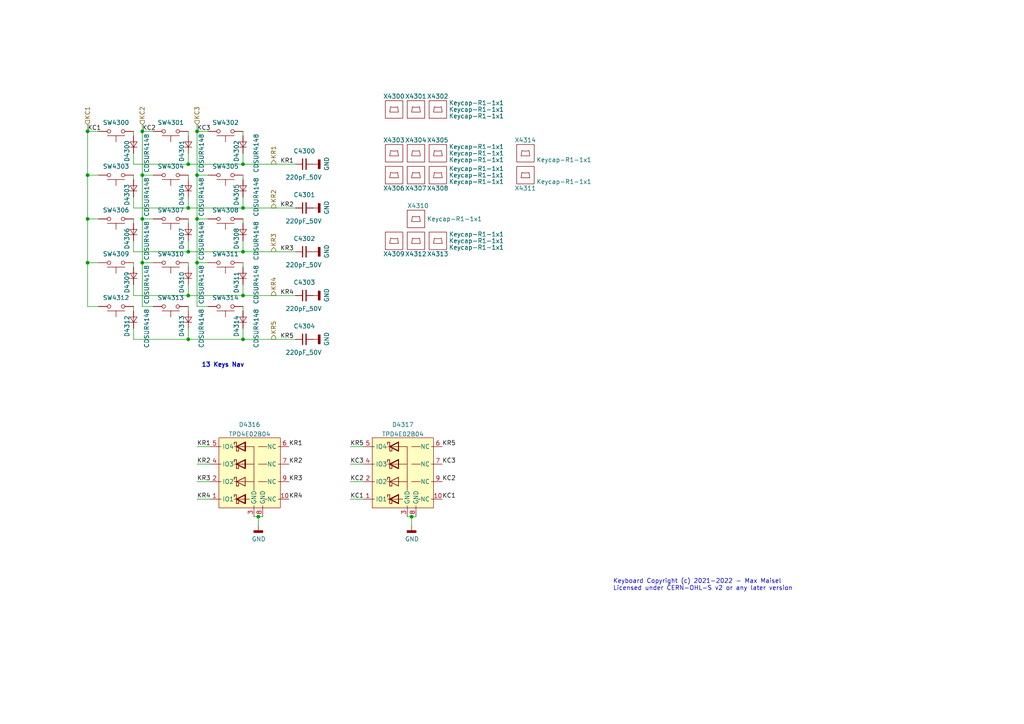
<source format=kicad_sch>
(kicad_sch (version 20230121) (generator eeschema)
  (paper "A4")
  (lib_symbols
    (symbol "Keyboard:220pF_50V" (pin_numbers hide) (pin_names (offset 0.254) hide)
      (property "Reference" "C" (at 0.254 1.778 0))
      (property "Value" "220pF_50V" (at 0.254 -2.032 0))
      (symbol "220pF_50V_0_1"
        (polyline (pts (xy -1.524 -0.508) (xy 1.524 -0.508)) (stroke (width 0.3302)))
        (polyline (pts (xy -1.524 0.508) (xy 1.524 0.508)) (stroke (width 0.3048)))
      )
      (symbol "220pF_50V_1_1"
        (pin passive line (at 0 2.54 270) (length 2.032) (name "~") (number "1"))
        (pin passive line (at 0 -2.54 90) (length 2.032) (name "~") (number "2"))
      )
    )
    (symbol "Keyboard:CDSUR4148" (pin_numbers hide) (pin_names (offset 0.254) hide)
      (property "Reference" "D" (at -1.27 2.032 0))
      (property "Value" "CDSUR4148" (at -5.334 -2.286 0))
      (symbol "CDSUR4148_0_1"
        (polyline (pts (xy -0.762 -1.016) (xy -0.762 1.016)))
        (polyline (pts (xy -0.762 0) (xy 0.762 0)))
        (polyline (pts (xy 0.762 -1.016) (xy -0.762 0) (xy 0.762 1.016) (xy 0.762 -1.016)))
      )
      (symbol "CDSUR4148_1_1"
        (pin passive line (at -2.54 0 0) (length 1.778) (name "K") (number "1"))
        (pin passive line (at 2.54 0 180) (length 1.778) (name "A") (number "2"))
      )
    )
    (symbol "Keyboard:GND" (power) (pin_names (offset 0))
      (property "Value" "GND" (at 0 -3.175 0))
      (symbol "GND_0_1"
        (rectangle (start -1.27 -1.524) (end 1.27 -2.032) (stroke (width 0.254)) (fill (type outline)))
        (polyline (pts (xy 0 0) (xy 0 -1.524)))
      )
      (symbol "GND_1_1"
        (pin power_in line (at 0 0 270) (length 0) hide (name "GND") (number "1"))
      )
    )
    (symbol "Keyboard:Keycap-R1-1x1" (pin_names (offset 1.016))
      (property "Reference" "X" (at -2.54 3.81 0))
      (property "Value" "Keycap-R1-1x1" (at 0 -3.81 0))
      (symbol "Keycap-R1-1x1_0_1"
        (rectangle (start -2.54 2.54) (end 2.54 -2.54))
        (arc (start -1.016 0.762) (mid 0 0.6289) (end 1.016 0.762))
        (polyline (pts (xy -1.016 0.762) (xy -1.27 -0.762) (xy 1.27 -0.762) (xy 1.016 0.762)))
      )
    )
    (symbol "Keyboard:SW_Cherry_MX_RGB" (pin_numbers hide) (pin_names (offset 1.016) hide)
      (property "Reference" "SW" (at 1.27 2.54 0))
      (property "Value" "SW_Cherry_MX_RGB" (at 0 -1.524 0))
      (symbol "SW_Cherry_MX_RGB_0_1"
        (circle (center -2.032 0) (radius 0.508))
        (polyline (pts (xy 0 1.27) (xy 0 3.048)))
        (polyline (pts (xy 2.54 1.27) (xy -2.54 1.27)))
        (circle (center 2.032 0) (radius 0.508))
        (pin passive line (at -5.08 0 0) (length 2.54) (name "1") (number "1"))
        (pin passive line (at 5.08 0 180) (length 2.54) (name "2") (number "2"))
      )
    )
    (symbol "Keyboard:TPD4E02B04" (pin_names (offset 1.016))
      (property "Reference" "D" (at -8.255 12.065 0))
      (property "Value" "TPD4E02B04" (at 10.795 -11.43 0))
      (symbol "TPD4E02B04_0_1"
        (rectangle (start -8.89 -10.16) (end 8.89 10.16) (fill (type background)))
        (polyline (pts (xy -8.89 -7.62) (xy -8.255 -7.62)))
        (polyline (pts (xy -8.89 -2.54) (xy -8.255 -2.54)))
        (polyline (pts (xy -8.89 2.54) (xy -8.255 2.54)))
        (polyline (pts (xy -8.89 7.62) (xy -8.255 7.62)))
        (polyline (pts (xy -4.445 -7.62) (xy 0 -7.62)))
        (polyline (pts (xy -4.445 -2.54) (xy 1.27 -2.54)))
        (polyline (pts (xy -4.445 2.54) (xy 1.27 2.54)))
        (polyline (pts (xy -4.445 7.62) (xy 1.27 7.62)))
        (polyline (pts (xy 1.27 -9.525) (xy 1.27 -10.16)))
        (polyline (pts (xy 1.27 7.62) (xy 1.27 -5.08)))
        (polyline (pts (xy 2.54 2.54) (xy 5.08 2.54)))
        (polyline (pts (xy 2.54 7.62) (xy 5.08 7.62)))
        (polyline (pts (xy 3.81 -9.525) (xy 3.81 -10.16)))
        (polyline (pts (xy 5.08 -7.62) (xy 4.445 -7.62)))
        (polyline (pts (xy 5.08 -2.54) (xy 2.54 -2.54)))
        (polyline (pts (xy 8.255 -2.54) (xy 8.89 -2.54)))
        (polyline (pts (xy 8.255 7.62) (xy 8.89 7.62)))
        (polyline (pts (xy 8.89 -7.62) (xy 8.255 -7.62)))
        (polyline (pts (xy 8.89 2.54) (xy 8.255 2.54)))
      )
      (symbol "TPD4E02B04_1_1"
        (polyline (pts (xy -1.27 -6.35) (xy -1.27 -8.89) (xy -3.81 -7.62) (xy -1.27 -6.35)) (stroke (width 0.2032)))
        (polyline (pts (xy -1.27 -6.35) (xy -1.27 -8.89) (xy -3.81 -7.62) (xy -1.27 -6.35)) (stroke (width 0.2032)))
        (polyline (pts (xy -1.27 -6.35) (xy -1.27 -8.89) (xy -3.81 -7.62) (xy -1.27 -6.35)) (stroke (width 0.2032)))
        (polyline (pts (xy -1.27 -6.35) (xy -1.27 -8.89) (xy -3.81 -7.62) (xy -1.27 -6.35)) (stroke (width 0.2032)))
        (polyline (pts (xy -1.27 -6.35) (xy -1.27 -8.89) (xy -3.81 -7.62) (xy -1.27 -6.35)) (stroke (width 0.2032)))
        (polyline (pts (xy -1.27 -6.35) (xy -1.27 -8.89) (xy -3.81 -7.62) (xy -1.27 -6.35)) (stroke (width 0.2032)))
        (polyline (pts (xy -1.27 -6.35) (xy -1.27 -8.89) (xy -3.81 -7.62) (xy -1.27 -6.35)) (stroke (width 0.2032)))
        (polyline (pts (xy -1.27 -6.35) (xy -1.27 -8.89) (xy -3.81 -7.62) (xy -1.27 -6.35)) (stroke (width 0.2032)))
        (polyline (pts (xy -1.27 -6.35) (xy -1.27 -8.89) (xy -3.81 -7.62) (xy -1.27 -6.35)) (stroke (width 0.2032)))
        (polyline (pts (xy -1.27 -6.35) (xy -1.27 -8.89) (xy -3.81 -7.62) (xy -1.27 -6.35)) (stroke (width 0.2032)))
        (polyline (pts (xy -1.27 -6.35) (xy -1.27 -8.89) (xy -3.81 -7.62) (xy -1.27 -6.35)) (stroke (width 0.2032)))
        (polyline (pts (xy -1.27 -6.35) (xy -1.27 -8.89) (xy -3.81 -7.62) (xy -1.27 -6.35)) (stroke (width 0.2032)))
        (polyline (pts (xy -1.27 -6.35) (xy -1.27 -8.89) (xy -3.81 -7.62) (xy -1.27 -6.35)) (stroke (width 0.2032)))
        (polyline (pts (xy -1.27 -6.35) (xy -1.27 -8.89) (xy -3.81 -7.62) (xy -1.27 -6.35)) (stroke (width 0.2032)))
        (polyline (pts (xy -1.27 -6.35) (xy -1.27 -8.89) (xy -3.81 -7.62) (xy -1.27 -6.35)) (stroke (width 0.2032)))
        (polyline (pts (xy -1.27 -6.35) (xy -1.27 -8.89) (xy -3.81 -7.62) (xy -1.27 -6.35)) (stroke (width 0.2032)))
        (polyline (pts (xy -1.27 -6.35) (xy -1.27 -8.89) (xy -3.81 -7.62) (xy -1.27 -6.35)) (stroke (width 0.2032)))
        (polyline (pts (xy -1.27 -6.35) (xy -1.27 -8.89) (xy -3.81 -7.62) (xy -1.27 -6.35)) (stroke (width 0.2032)))
        (polyline (pts (xy -1.27 -6.35) (xy -1.27 -8.89) (xy -3.81 -7.62) (xy -1.27 -6.35)) (stroke (width 0.2032)))
        (polyline (pts (xy -1.27 -6.35) (xy -1.27 -8.89) (xy -3.81 -7.62) (xy -1.27 -6.35)) (stroke (width 0.2032)))
        (polyline (pts (xy -1.27 -6.35) (xy -1.27 -8.89) (xy -3.81 -7.62) (xy -1.27 -6.35)) (stroke (width 0.2032)))
        (polyline (pts (xy -1.27 -6.35) (xy -1.27 -8.89) (xy -3.81 -7.62) (xy -1.27 -6.35)) (stroke (width 0.2032)))
        (polyline (pts (xy -1.27 -6.35) (xy -1.27 -8.89) (xy -3.81 -7.62) (xy -1.27 -6.35)) (stroke (width 0.2032)))
        (polyline (pts (xy -1.27 -6.35) (xy -1.27 -8.89) (xy -3.81 -7.62) (xy -1.27 -6.35)) (stroke (width 0.2032)))
        (polyline (pts (xy -1.27 -6.35) (xy -1.27 -8.89) (xy -3.81 -7.62) (xy -1.27 -6.35)) (stroke (width 0.2032)))
        (polyline (pts (xy -1.27 -6.35) (xy -1.27 -8.89) (xy -3.81 -7.62) (xy -1.27 -6.35)) (stroke (width 0.2032)))
        (polyline (pts (xy -1.27 -6.35) (xy -1.27 -8.89) (xy -3.81 -7.62) (xy -1.27 -6.35)) (stroke (width 0.2032)))
        (polyline (pts (xy -1.27 -6.35) (xy -1.27 -8.89) (xy -3.81 -7.62) (xy -1.27 -6.35)) (stroke (width 0.2032)))
        (polyline (pts (xy -1.27 -6.35) (xy -1.27 -8.89) (xy -3.81 -7.62) (xy -1.27 -6.35)) (stroke (width 0.2032)))
        (polyline (pts (xy -1.27 -6.35) (xy -1.27 -8.89) (xy -3.81 -7.62) (xy -1.27 -6.35)) (stroke (width 0.2032)))
        (polyline (pts (xy -1.27 -1.27) (xy -1.27 -3.81) (xy -3.81 -2.54) (xy -1.27 -1.27)) (stroke (width 0.2032)))
        (polyline (pts (xy -1.27 3.81) (xy -1.27 1.27) (xy -3.81 2.54) (xy -1.27 3.81)) (stroke (width 0.2032)))
        (polyline (pts (xy -1.27 3.81) (xy -1.27 1.27) (xy -3.81 2.54) (xy -1.27 3.81)) (stroke (width 0.2032)))
        (polyline (pts (xy -1.27 3.81) (xy -1.27 1.27) (xy -3.81 2.54) (xy -1.27 3.81)) (stroke (width 0.2032)))
        (polyline (pts (xy -1.27 3.81) (xy -1.27 1.27) (xy -3.81 2.54) (xy -1.27 3.81)) (stroke (width 0.2032)))
        (polyline (pts (xy -1.27 3.81) (xy -1.27 1.27) (xy -3.81 2.54) (xy -1.27 3.81)) (stroke (width 0.2032)))
        (polyline (pts (xy -1.27 3.81) (xy -1.27 1.27) (xy -3.81 2.54) (xy -1.27 3.81)) (stroke (width 0.2032)))
        (polyline (pts (xy -1.27 3.81) (xy -1.27 1.27) (xy -3.81 2.54) (xy -1.27 3.81)) (stroke (width 0.2032)))
        (polyline (pts (xy -1.27 3.81) (xy -1.27 1.27) (xy -3.81 2.54) (xy -1.27 3.81)) (stroke (width 0.2032)))
        (polyline (pts (xy -1.27 3.81) (xy -1.27 1.27) (xy -3.81 2.54) (xy -1.27 3.81)) (stroke (width 0.2032)))
        (polyline (pts (xy -1.27 3.81) (xy -1.27 1.27) (xy -3.81 2.54) (xy -1.27 3.81)) (stroke (width 0.2032)))
        (polyline (pts (xy -1.27 3.81) (xy -1.27 1.27) (xy -3.81 2.54) (xy -1.27 3.81)) (stroke (width 0.2032)))
        (polyline (pts (xy -1.27 3.81) (xy -1.27 1.27) (xy -3.81 2.54) (xy -1.27 3.81)) (stroke (width 0.2032)))
        (polyline (pts (xy -1.27 3.81) (xy -1.27 1.27) (xy -3.81 2.54) (xy -1.27 3.81)) (stroke (width 0.2032)))
        (polyline (pts (xy -1.27 3.81) (xy -1.27 1.27) (xy -3.81 2.54) (xy -1.27 3.81)) (stroke (width 0.2032)))
        (polyline (pts (xy -1.27 3.81) (xy -1.27 1.27) (xy -3.81 2.54) (xy -1.27 3.81)) (stroke (width 0.2032)))
        (polyline (pts (xy -1.27 3.81) (xy -1.27 1.27) (xy -3.81 2.54) (xy -1.27 3.81)) (stroke (width 0.2032)))
        (polyline (pts (xy -1.27 8.89) (xy -1.27 6.35) (xy -3.81 7.62) (xy -1.27 8.89)) (stroke (width 0.2032)))
        (polyline (pts (xy -1.27 8.89) (xy -1.27 6.35) (xy -3.81 7.62) (xy -1.27 8.89)) (stroke (width 0.2032)))
        (polyline (pts (xy -1.27 8.89) (xy -1.27 6.35) (xy -3.81 7.62) (xy -1.27 8.89)) (stroke (width 0.2032)))
        (polyline (pts (xy -1.27 8.89) (xy -1.27 6.35) (xy -3.81 7.62) (xy -1.27 8.89)) (stroke (width 0.2032)))
        (polyline (pts (xy -1.27 8.89) (xy -1.27 6.35) (xy -3.81 7.62) (xy -1.27 8.89)) (stroke (width 0.2032)))
        (polyline (pts (xy -1.27 8.89) (xy -1.27 6.35) (xy -3.81 7.62) (xy -1.27 8.89)) (stroke (width 0.2032)))
        (polyline (pts (xy -1.27 8.89) (xy -1.27 6.35) (xy -3.81 7.62) (xy -1.27 8.89)) (stroke (width 0.2032)))
        (polyline (pts (xy -1.27 8.89) (xy -1.27 6.35) (xy -3.81 7.62) (xy -1.27 8.89)) (stroke (width 0.2032)))
        (polyline (pts (xy -1.27 8.89) (xy -1.27 6.35) (xy -3.81 7.62) (xy -1.27 8.89)) (stroke (width 0.2032)))
        (polyline (pts (xy -1.27 8.89) (xy -1.27 6.35) (xy -3.81 7.62) (xy -1.27 8.89)) (stroke (width 0.2032)))
        (polyline (pts (xy -1.27 8.89) (xy -1.27 6.35) (xy -3.81 7.62) (xy -1.27 8.89)) (stroke (width 0.2032)))
        (polyline (pts (xy -1.27 8.89) (xy -1.27 6.35) (xy -3.81 7.62) (xy -1.27 8.89)) (stroke (width 0.2032)))
        (polyline (pts (xy -1.27 8.89) (xy -1.27 6.35) (xy -3.81 7.62) (xy -1.27 8.89)) (stroke (width 0.2032)))
        (polyline (pts (xy -1.27 8.89) (xy -1.27 6.35) (xy -3.81 7.62) (xy -1.27 8.89)) (stroke (width 0.2032)))
        (polyline (pts (xy -1.27 8.89) (xy -1.27 6.35) (xy -3.81 7.62) (xy -1.27 8.89)) (stroke (width 0.2032)))
        (polyline (pts (xy -1.27 8.89) (xy -1.27 6.35) (xy -3.81 7.62) (xy -1.27 8.89)) (stroke (width 0.2032)))
        (polyline (pts (xy -4.445 3.175) (xy -4.445 3.81) (xy -3.81 3.81) (xy -3.81 1.27) (xy -3.175 1.27) (xy -3.175 1.905)) (stroke (width 0.2032)))
        (polyline (pts (xy -4.445 8.255) (xy -4.445 8.89) (xy -3.81 8.89) (xy -3.81 6.35) (xy -3.175 6.35) (xy -3.175 6.985)) (stroke (width 0.2032)))
        (polyline (pts (xy -3.175 -8.255) (xy -3.175 -8.89) (xy -3.81 -8.89) (xy -3.81 -6.35) (xy -4.445 -6.35) (xy -4.445 -6.985)) (stroke (width 0.2032)))
        (polyline (pts (xy -3.175 -3.175) (xy -3.175 -3.81) (xy -3.81 -3.81) (xy -3.81 -1.27) (xy -4.445 -1.27) (xy -4.445 -1.905)) (stroke (width 0.2032)))
        (pin passive line (at -11.43 -7.62 0) (length 2.54) (name "IO1") (number "1"))
        (pin passive line (at 11.43 -7.62 180) (length 2.54) (name "NC") (number "10"))
        (pin passive line (at -11.43 -2.54 0) (length 2.54) (name "IO2") (number "2"))
        (pin passive line (at 1.27 -12.7 90) (length 2.54) (name "GND") (number "3"))
        (pin passive line (at -11.43 2.54 0) (length 2.54) (name "IO3") (number "4"))
        (pin passive line (at -11.43 7.62 0) (length 2.54) (name "IO4") (number "5"))
        (pin passive line (at 11.43 7.62 180) (length 2.54) (name "NC") (number "6"))
        (pin passive line (at 11.43 2.54 180) (length 2.54) (name "NC") (number "7"))
        (pin passive line (at 3.81 -12.7 90) (length 2.54) (name "GND") (number "8"))
        (pin passive line (at 11.43 -2.54 180) (length 2.54) (name "NC") (number "9"))
      )
    )
  )
  (junction (at 54.61 47.625))
  (junction (at 41.275 76.2))
  (junction (at 54.61 85.725))
  (junction (at 57.15 50.8))
  (junction (at 57.15 63.5))
  (junction (at 57.15 38.1))
  (junction (at 57.15 76.2))
  (junction (at 70.485 98.425))
  (junction (at 119.38 149.86))
  (junction (at 25.4 38.1))
  (junction (at 70.485 85.725))
  (junction (at 54.61 98.425))
  (junction (at 70.485 73.025))
  (junction (at 74.93 149.86))
  (junction (at 54.61 60.325))
  (junction (at 25.4 76.2))
  (junction (at 41.275 38.1))
  (junction (at 25.4 63.5))
  (junction (at 25.4 50.8))
  (junction (at 70.485 60.325))
  (junction (at 70.485 47.625))
  (junction (at 54.61 73.025))
  (junction (at 41.275 50.8))
  (junction (at 41.275 63.5))
  (wire (pts (xy 70.485 60.325) (xy 54.61 60.325)))
  (wire (pts (xy 38.735 77.47) (xy 38.735 76.2)))
  (wire (pts (xy 25.4 63.5) (xy 25.4 76.2)))
  (wire (pts (xy 70.485 73.025) (xy 54.61 73.025)))
  (wire (pts (xy 41.275 36.195) (xy 41.275 38.1)))
  (wire (pts (xy 54.61 57.15) (xy 54.61 60.325)))
  (wire (pts (xy 54.61 77.47) (xy 54.61 76.2)))
  (wire (pts (xy 57.15 76.2) (xy 57.15 88.9)))
  (wire (pts (xy 54.61 82.55) (xy 54.61 85.725)))
  (wire (pts (xy 70.485 47.625) (xy 85.725 47.625)))
  (wire (pts (xy 38.735 95.25) (xy 38.735 98.425)))
  (wire (pts (xy 57.15 63.5) (xy 57.15 76.2)))
  (wire (pts (xy 38.735 44.45) (xy 38.735 47.625)))
  (wire (pts (xy 41.275 76.2) (xy 41.275 88.9)))
  (wire (pts (xy 70.485 64.77) (xy 70.485 63.5)))
  (wire (pts (xy 25.4 38.1) (xy 25.4 50.8)))
  (wire (pts (xy 57.15 38.1) (xy 57.15 50.8)))
  (wire (pts (xy 70.485 98.425) (xy 85.725 98.425)))
  (wire (pts (xy 70.485 98.425) (xy 54.61 98.425)))
  (wire (pts (xy 70.485 73.025) (xy 85.725 73.025)))
  (wire (pts (xy 54.61 47.625) (xy 38.735 47.625)))
  (wire (pts (xy 70.485 44.45) (xy 70.485 47.625)))
  (wire (pts (xy 54.61 44.45) (xy 54.61 47.625)))
  (wire (pts (xy 101.6 129.54) (xy 105.41 129.54)))
  (wire (pts (xy 25.4 38.1) (xy 28.575 38.1)))
  (wire (pts (xy 41.275 50.8) (xy 41.275 63.5)))
  (wire (pts (xy 54.61 52.07) (xy 54.61 50.8)))
  (wire (pts (xy 44.45 76.2) (xy 41.275 76.2)))
  (wire (pts (xy 41.275 63.5) (xy 41.275 76.2)))
  (wire (pts (xy 74.93 149.86) (xy 76.2 149.86)))
  (wire (pts (xy 60.325 50.8) (xy 57.15 50.8)))
  (wire (pts (xy 38.735 82.55) (xy 38.735 85.725)))
  (wire (pts (xy 70.485 85.725) (xy 85.725 85.725)))
  (wire (pts (xy 57.15 144.78) (xy 60.96 144.78)))
  (wire (pts (xy 28.575 76.2) (xy 25.4 76.2)))
  (wire (pts (xy 38.735 39.37) (xy 38.735 38.1)))
  (wire (pts (xy 25.4 76.2) (xy 25.4 88.9)))
  (wire (pts (xy 101.6 134.62) (xy 105.41 134.62)))
  (wire (pts (xy 54.61 64.77) (xy 54.61 63.5)))
  (wire (pts (xy 57.15 134.62) (xy 60.96 134.62)))
  (wire (pts (xy 54.61 95.25) (xy 54.61 98.425)))
  (wire (pts (xy 25.4 38.1) (xy 25.4 36.195)))
  (wire (pts (xy 38.735 69.85) (xy 38.735 73.025)))
  (wire (pts (xy 28.575 50.8) (xy 25.4 50.8)))
  (wire (pts (xy 70.485 69.85) (xy 70.485 73.025)))
  (wire (pts (xy 25.4 50.8) (xy 25.4 63.5)))
  (wire (pts (xy 57.15 129.54) (xy 60.96 129.54)))
  (wire (pts (xy 119.38 149.86) (xy 120.65 149.86)))
  (wire (pts (xy 70.485 47.625) (xy 54.61 47.625)))
  (wire (pts (xy 54.61 73.025) (xy 38.735 73.025)))
  (wire (pts (xy 74.93 149.86) (xy 74.93 152.4)))
  (wire (pts (xy 57.15 139.7) (xy 60.96 139.7)))
  (wire (pts (xy 44.45 50.8) (xy 41.275 50.8)))
  (wire (pts (xy 54.61 85.725) (xy 38.735 85.725)))
  (wire (pts (xy 73.66 149.86) (xy 74.93 149.86)))
  (wire (pts (xy 70.485 77.47) (xy 70.485 76.2)))
  (wire (pts (xy 101.6 144.78) (xy 105.41 144.78)))
  (wire (pts (xy 70.485 60.325) (xy 85.725 60.325)))
  (wire (pts (xy 28.575 88.9) (xy 25.4 88.9)))
  (wire (pts (xy 60.325 63.5) (xy 57.15 63.5)))
  (wire (pts (xy 70.485 39.37) (xy 70.485 38.1)))
  (wire (pts (xy 54.61 98.425) (xy 38.735 98.425)))
  (wire (pts (xy 41.275 38.1) (xy 41.275 50.8)))
  (wire (pts (xy 38.735 64.77) (xy 38.735 63.5)))
  (wire (pts (xy 44.45 88.9) (xy 41.275 88.9)))
  (wire (pts (xy 54.61 60.325) (xy 38.735 60.325)))
  (wire (pts (xy 38.735 57.15) (xy 38.735 60.325)))
  (wire (pts (xy 44.45 38.1) (xy 41.275 38.1)))
  (wire (pts (xy 70.485 85.725) (xy 54.61 85.725)))
  (wire (pts (xy 38.735 90.17) (xy 38.735 88.9)))
  (wire (pts (xy 60.325 38.1) (xy 57.15 38.1)))
  (wire (pts (xy 60.325 88.9) (xy 57.15 88.9)))
  (wire (pts (xy 57.15 50.8) (xy 57.15 63.5)))
  (wire (pts (xy 119.38 149.86) (xy 119.38 152.4)))
  (wire (pts (xy 101.6 139.7) (xy 105.41 139.7)))
  (wire (pts (xy 28.575 63.5) (xy 25.4 63.5)))
  (wire (pts (xy 70.485 82.55) (xy 70.485 85.725)))
  (wire (pts (xy 57.15 36.195) (xy 57.15 38.1)))
  (wire (pts (xy 60.325 76.2) (xy 57.15 76.2)))
  (wire (pts (xy 70.485 90.17) (xy 70.485 88.9)))
  (wire (pts (xy 54.61 90.17) (xy 54.61 88.9)))
  (wire (pts (xy 54.61 39.37) (xy 54.61 38.1)))
  (wire (pts (xy 44.45 63.5) (xy 41.275 63.5)))
  (wire (pts (xy 38.735 52.07) (xy 38.735 50.8)))
  (wire (pts (xy 70.485 95.25) (xy 70.485 98.425)))
  (wire (pts (xy 54.61 69.85) (xy 54.61 73.025)))
  (wire (pts (xy 70.485 57.15) (xy 70.485 60.325)))
  (wire (pts (xy 70.485 52.07) (xy 70.485 50.8)))
  (wire (pts (xy 118.11 149.86) (xy 119.38 149.86)))
  (text "Keyboard Copyright (c) 2021-2022 - Max Maisel\nLicensed under CERN-OHL-S v2 or any later version" (at 177.8 171.45 0) (effects (font (size 1.27 1.27)) (justify left bottom)))
  (text "13 Keys Nav" (at 58.42 106.68 0) (effects (font (size 1.27 1.27) (thickness 0.254) bold) (justify left bottom)))
  (label "KC3" (at 128.27 134.62 0))
  (label "KR4" (at 83.82 144.78 0))
  (label "KR5" (at 81.28 98.425 0))
  (label "KC2" (at 41.275 38.1 0))
  (label "KC1" (at 128.27 144.78 0))
  (label "KR3" (at 83.82 139.7 0))
  (label "KR4" (at 81.28 85.725 0))
  (label "KR5" (at 101.6 129.54 0))
  (label "KR4" (at 57.15 144.78 0))
  (label "KC3" (at 101.6 134.62 0))
  (label "KR3" (at 57.15 139.7 0))
  (label "KC2" (at 128.27 139.7 0))
  (label "KR2" (at 57.15 134.62 0))
  (label "KC2" (at 101.6 139.7 0))
  (label "KR2" (at 81.28 60.325 0))
  (label "KC3" (at 57.15 38.1 0))
  (label "KR1" (at 57.15 129.54 0))
  (label "KR1" (at 81.28 47.625 0))
  (label "KC1" (at 101.6 144.78 0))
  (label "KR2" (at 83.82 134.62 0))
  (label "KR5" (at 128.27 129.54 0))
  (label "KR1" (at 83.82 129.54 0))
  (label "KC1" (at 25.4 38.1 0))
  (label "KR3" (at 81.28 73.025 0))
  (hierarchical_label "KR4" (shape output) (at 79.375 85.725 90))
  (hierarchical_label "KC1" (shape input) (at 25.4 36.195 90))
  (hierarchical_label "KC2" (shape input) (at 41.275 36.195 90))
  (hierarchical_label "KR5" (shape output) (at 79.375 98.425 90))
  (hierarchical_label "KR2" (shape output) (at 79.375 60.325 90))
  (hierarchical_label "KR1" (shape output) (at 79.375 47.625 90))
  (hierarchical_label "KR3" (shape output) (at 79.375 73.025 90))
  (hierarchical_label "KC3" (shape input) (at 57.15 36.195 90))
  (symbol (lib_id "Keyboard:SW_Cherry_MX_RGB") (at 49.53 38.1 0) (mirror x) (unit 1)
    (property "Reference" "SW4301" (at 49.53 35.56 0))
    (property "Value" "SW_Cherry_MX_RGB" (effects hide))
    (property "Footprint" "Keyboard:SW_Cherry_MX1A_RGB" (effects hide))
    (property "Datasheet" "https://www.cherrymx.de/dev.html" (effects hide))
    (property "reichelt#" "CHERRY MX1A-G1NA" (effects hide))
  )
  (symbol (lib_id "Keyboard:SW_Cherry_MX_RGB") (at 65.405 63.5 0) (mirror x) (unit 1)
    (property "Reference" "SW4308" (at 65.405 60.96 0))
    (property "Value" "SW_Cherry_MX_RGB" (effects hide))
    (property "Footprint" "Keyboard:SW_Cherry_MX1A_RGB" (effects hide))
    (property "Datasheet" "https://www.cherrymx.de/dev.html" (effects hide))
    (property "reichelt#" "CHERRY MX1A-G1NA" (effects hide))
  )
  (symbol (lib_id "Keyboard:SW_Cherry_MX_RGB") (at 65.405 76.2 0) (mirror x) (unit 1)
    (property "Reference" "SW4311" (at 65.405 73.66 0))
    (property "Value" "SW_Cherry_MX_RGB" (effects hide))
    (property "Footprint" "Keyboard:SW_Cherry_MX1A_RGB" (effects hide))
    (property "Datasheet" "https://www.cherrymx.de/dev.html" (effects hide))
    (property "reichelt#" "CHERRY MX1A-G1NA" (effects hide))
  )
  (symbol (lib_id "Keyboard:GND") (at 90.805 47.625 90) (unit 1)
    (property "Reference" "#PWR04300" (effects hide))
    (property "Value" "GND" (at 94.742 47.5234 0))
  )
  (symbol (lib_id "Keyboard:SW_Cherry_MX_RGB") (at 33.655 88.9 0) (mirror x) (unit 1)
    (property "Reference" "SW4312" (at 33.655 86.36 0))
    (property "Value" "SW_Cherry_MX_RGB" (effects hide))
    (property "Footprint" "Keyboard:SW_Cherry_MX1A_RGB" (effects hide))
    (property "Datasheet" "https://www.cherrymx.de/dev.html" (effects hide))
    (property "reichelt#" "CHERRY MX1A-G1NA" (effects hide))
  )
  (symbol (lib_id "Keyboard:SW_Cherry_MX_RGB") (at 49.53 88.9 0) (mirror x) (unit 1)
    (property "Reference" "SW4313" (at 49.53 86.36 0))
    (property "Value" "SW_Cherry_MX_RGB" (effects hide))
    (property "Footprint" "Keyboard:SW_Cherry_MX1A_RGB" (effects hide))
    (property "Datasheet" "https://www.cherrymx.de/dev.html" (effects hide))
    (property "reichelt#" "CHERRY MX1A-G1NA" (effects hide))
  )
  (symbol (lib_id "Keyboard:SW_Cherry_MX_RGB") (at 65.405 88.9 0) (mirror x) (unit 1)
    (property "Reference" "SW4314" (at 65.405 86.36 0))
    (property "Value" "SW_Cherry_MX_RGB" (effects hide))
    (property "Footprint" "Keyboard:SW_Cherry_MX1A_RGB" (effects hide))
    (property "Datasheet" "https://www.cherrymx.de/dev.html" (effects hide))
    (property "reichelt#" "CHERRY MX1A-G1NA" (effects hide))
  )
  (symbol (lib_id "Keyboard:GND") (at 90.805 98.425 90) (unit 1)
    (property "Reference" "#PWR04304" (effects hide))
    (property "Value" "GND" (at 94.742 98.3234 0))
  )
  (symbol (lib_id "Keyboard:CDSUR4148") (at 70.485 92.71 90) (unit 1)
    (property "Reference" "D4314" (at 68.58 94.615 0))
    (property "Value" "CDSUR4148" (at 74.295 95.25 0))
    (property "Footprint" "Keyboard:SOD-523" (effects hide))
    (property "Datasheet" "750-CDSUR4148" (effects hide))
    (property "mouser#" "750-CDSUR4148" (effects hide))
  )
  (symbol (lib_id "Keyboard:CDSUR4148") (at 54.61 41.91 90) (unit 1)
    (property "Reference" "D4301" (at 52.705 43.815 0))
    (property "Value" "CDSUR4148" (at 58.42 44.45 0))
    (property "Footprint" "Keyboard:SOD-523" (effects hide))
    (property "Datasheet" "750-CDSUR4148" (effects hide))
    (property "mouser#" "750-CDSUR4148" (effects hide))
  )
  (symbol (lib_id "Keyboard:CDSUR4148") (at 70.485 41.91 90) (unit 1)
    (property "Reference" "D4302" (at 68.58 43.815 0))
    (property "Value" "CDSUR4148" (at 74.295 44.45 0))
    (property "Footprint" "Keyboard:SOD-523" (effects hide))
    (property "Datasheet" "750-CDSUR4148" (effects hide))
    (property "mouser#" "750-CDSUR4148" (effects hide))
  )
  (symbol (lib_id "Keyboard:CDSUR4148") (at 38.735 41.91 90) (unit 1)
    (property "Reference" "D4300" (at 36.83 43.815 0))
    (property "Value" "CDSUR4148" (at 42.545 44.45 0))
    (property "Footprint" "Keyboard:SOD-523" (effects hide))
    (property "Datasheet" "750-CDSUR4148" (effects hide))
    (property "mouser#" "750-CDSUR4148" (effects hide))
  )
  (symbol (lib_id "Keyboard:CDSUR4148") (at 38.735 54.61 90) (unit 1)
    (property "Reference" "D4303" (at 36.83 56.515 0))
    (property "Value" "CDSUR4148" (at 42.545 57.15 0))
    (property "Footprint" "Keyboard:SOD-523" (effects hide))
    (property "Datasheet" "750-CDSUR4148" (effects hide))
    (property "mouser#" "750-CDSUR4148" (effects hide))
  )
  (symbol (lib_id "Keyboard:CDSUR4148") (at 54.61 54.61 90) (unit 1)
    (property "Reference" "D4304" (at 52.705 56.515 0))
    (property "Value" "CDSUR4148" (at 58.42 57.15 0))
    (property "Footprint" "Keyboard:SOD-523" (effects hide))
    (property "Datasheet" "750-CDSUR4148" (effects hide))
    (property "mouser#" "750-CDSUR4148" (effects hide))
  )
  (symbol (lib_id "Keyboard:CDSUR4148") (at 70.485 54.61 90) (unit 1)
    (property "Reference" "D4305" (at 68.58 56.515 0))
    (property "Value" "CDSUR4148" (at 74.295 57.15 0))
    (property "Footprint" "Keyboard:SOD-523" (effects hide))
    (property "Datasheet" "750-CDSUR4148" (effects hide))
    (property "mouser#" "750-CDSUR4148" (effects hide))
  )
  (symbol (lib_id "Keyboard:CDSUR4148") (at 38.735 67.31 90) (unit 1)
    (property "Reference" "D4306" (at 36.83 69.215 0))
    (property "Value" "CDSUR4148" (at 42.545 69.85 0))
    (property "Footprint" "Keyboard:SOD-523" (effects hide))
    (property "Datasheet" "750-CDSUR4148" (effects hide))
    (property "mouser#" "750-CDSUR4148" (effects hide))
  )
  (symbol (lib_id "Keyboard:CDSUR4148") (at 54.61 67.31 90) (unit 1)
    (property "Reference" "D4307" (at 52.705 69.215 0))
    (property "Value" "CDSUR4148" (at 58.42 69.85 0))
    (property "Footprint" "Keyboard:SOD-523" (effects hide))
    (property "Datasheet" "750-CDSUR4148" (effects hide))
    (property "mouser#" "750-CDSUR4148" (effects hide))
  )
  (symbol (lib_id "Keyboard:CDSUR4148") (at 70.485 67.31 90) (unit 1)
    (property "Reference" "D4308" (at 68.58 69.215 0))
    (property "Value" "CDSUR4148" (at 74.295 69.85 0))
    (property "Footprint" "Keyboard:SOD-523" (effects hide))
    (property "Datasheet" "750-CDSUR4148" (effects hide))
    (property "mouser#" "750-CDSUR4148" (effects hide))
  )
  (symbol (lib_id "Keyboard:CDSUR4148") (at 38.735 80.01 90) (unit 1)
    (property "Reference" "D4309" (at 36.83 81.915 0))
    (property "Value" "CDSUR4148" (at 42.545 82.55 0))
    (property "Footprint" "Keyboard:SOD-523" (effects hide))
    (property "Datasheet" "750-CDSUR4148" (effects hide))
    (property "mouser#" "750-CDSUR4148" (effects hide))
  )
  (symbol (lib_id "Keyboard:CDSUR4148") (at 54.61 80.01 90) (unit 1)
    (property "Reference" "D4310" (at 52.705 81.915 0))
    (property "Value" "CDSUR4148" (at 58.42 82.55 0))
    (property "Footprint" "Keyboard:SOD-523" (effects hide))
    (property "Datasheet" "750-CDSUR4148" (effects hide))
    (property "mouser#" "750-CDSUR4148" (effects hide))
  )
  (symbol (lib_id "Keyboard:CDSUR4148") (at 70.485 80.01 90) (unit 1)
    (property "Reference" "D4311" (at 68.58 81.915 0))
    (property "Value" "CDSUR4148" (at 74.295 82.55 0))
    (property "Footprint" "Keyboard:SOD-523" (effects hide))
    (property "Datasheet" "750-CDSUR4148" (effects hide))
    (property "mouser#" "750-CDSUR4148" (effects hide))
  )
  (symbol (lib_id "Keyboard:CDSUR4148") (at 38.735 92.71 90) (unit 1)
    (property "Reference" "D4312" (at 36.83 94.615 0))
    (property "Value" "CDSUR4148" (at 42.545 95.25 0))
    (property "Footprint" "Keyboard:SOD-523" (effects hide))
    (property "Datasheet" "750-CDSUR4148" (effects hide))
    (property "mouser#" "750-CDSUR4148" (effects hide))
  )
  (symbol (lib_id "Keyboard:CDSUR4148") (at 54.61 92.71 90) (unit 1)
    (property "Reference" "D4313" (at 52.705 94.615 0))
    (property "Value" "CDSUR4148" (at 58.42 95.25 0))
    (property "Footprint" "Keyboard:SOD-523" (effects hide))
    (property "Datasheet" "750-CDSUR4148" (effects hide))
    (property "mouser#" "750-CDSUR4148" (effects hide))
  )
  (symbol (lib_id "Keyboard:SW_Cherry_MX_RGB") (at 49.53 76.2 0) (mirror x) (unit 1)
    (property "Reference" "SW4310" (at 49.53 73.66 0))
    (property "Value" "SW_Cherry_MX_RGB" (effects hide))
    (property "Footprint" "Keyboard:SW_Cherry_MX1A_RGB" (effects hide))
    (property "Datasheet" "https://www.cherrymx.de/dev.html" (effects hide))
    (property "reichelt#" "CHERRY MX1A-G1NA" (effects hide))
  )
  (symbol (lib_id "Keyboard:SW_Cherry_MX_RGB") (at 65.405 38.1 0) (mirror x) (unit 1)
    (property "Reference" "SW4302" (at 65.405 35.56 0))
    (property "Value" "SW_Cherry_MX_RGB" (effects hide))
    (property "Footprint" "Keyboard:SW_Cherry_MX1A_RGB" (effects hide))
    (property "Datasheet" "https://www.cherrymx.de/dev.html" (effects hide))
    (property "reichelt#" "CHERRY MX1A-G1NA" (effects hide))
  )
  (symbol (lib_id "Keyboard:SW_Cherry_MX_RGB") (at 65.405 50.8 0) (mirror x) (unit 1)
    (property "Reference" "SW4305" (at 65.405 48.26 0))
    (property "Value" "SW_Cherry_MX_RGB" (effects hide))
    (property "Footprint" "Keyboard:SW_Cherry_MX1A_RGB" (effects hide))
    (property "Datasheet" "https://www.cherrymx.de/dev.html" (effects hide))
    (property "reichelt#" "CHERRY MX1A-G1NA" (effects hide))
  )
  (symbol (lib_id "Keyboard:SW_Cherry_MX_RGB") (at 49.53 63.5 0) (mirror x) (unit 1)
    (property "Reference" "SW4307" (at 49.53 60.96 0))
    (property "Value" "SW_Cherry_MX_RGB" (effects hide))
    (property "Footprint" "Keyboard:SW_Cherry_MX1A_RGB" (effects hide))
    (property "Datasheet" "https://www.cherrymx.de/dev.html" (effects hide))
    (property "reichelt#" "CHERRY MX1A-G1NA" (effects hide))
  )
  (symbol (lib_id "Keyboard:SW_Cherry_MX_RGB") (at 33.655 38.1 0) (mirror x) (unit 1)
    (property "Reference" "SW4300" (at 33.655 35.56 0))
    (property "Value" "SW_Cherry_MX_RGB" (effects hide))
    (property "Footprint" "Keyboard:SW_Cherry_MX1A_RGB" (effects hide))
    (property "Datasheet" "https://www.cherrymx.de/dev.html" (effects hide))
    (property "reichelt#" "CHERRY MX1A-G1NA" (effects hide))
  )
  (symbol (lib_id "Keyboard:SW_Cherry_MX_RGB") (at 33.655 63.5 0) (mirror x) (unit 1)
    (property "Reference" "SW4306" (at 33.655 60.96 0))
    (property "Value" "SW_Cherry_MX_RGB" (effects hide))
    (property "Footprint" "Keyboard:SW_Cherry_MX1A_RGB" (effects hide))
    (property "Datasheet" "https://www.cherrymx.de/dev.html" (effects hide))
    (property "reichelt#" "CHERRY MX1A-G1NA" (effects hide))
  )
  (symbol (lib_id "Keyboard:SW_Cherry_MX_RGB") (at 49.53 50.8 0) (mirror x) (unit 1)
    (property "Reference" "SW4304" (at 49.53 48.26 0))
    (property "Value" "SW_Cherry_MX_RGB" (effects hide))
    (property "Footprint" "Keyboard:SW_Cherry_MX1A_RGB" (effects hide))
    (property "Datasheet" "https://www.cherrymx.de/dev.html" (effects hide))
    (property "reichelt#" "CHERRY MX1A-G1NA" (effects hide))
  )
  (symbol (lib_id "Keyboard:GND") (at 90.805 60.325 90) (unit 1)
    (property "Reference" "#PWR04301" (effects hide))
    (property "Value" "GND" (at 94.742 60.2234 0))
  )
  (symbol (lib_id "Keyboard:SW_Cherry_MX_RGB") (at 33.655 50.8 0) (mirror x) (unit 1)
    (property "Reference" "SW4303" (at 33.655 48.26 0))
    (property "Value" "SW_Cherry_MX_RGB" (effects hide))
    (property "Footprint" "Keyboard:SW_Cherry_MX1A_RGB" (effects hide))
    (property "Datasheet" "https://www.cherrymx.de/dev.html" (effects hide))
    (property "reichelt#" "CHERRY MX1A-G1NA" (effects hide))
  )
  (symbol (lib_id "Keyboard:SW_Cherry_MX_RGB") (at 33.655 76.2 0) (mirror x) (unit 1)
    (property "Reference" "SW4309" (at 33.655 73.66 0))
    (property "Value" "SW_Cherry_MX_RGB" (effects hide))
    (property "Footprint" "Keyboard:SW_Cherry_MX1A_RGB" (effects hide))
    (property "Datasheet" "https://www.cherrymx.de/dev.html" (effects hide))
    (property "reichelt#" "CHERRY MX1A-G1NA" (effects hide))
  )
  (symbol (lib_id "Keyboard:GND") (at 90.805 73.025 90) (unit 1)
    (property "Reference" "#PWR04302" (effects hide))
    (property "Value" "GND" (at 94.742 72.9234 0))
  )
  (symbol (lib_id "Keyboard:GND") (at 90.805 85.725 90) (unit 1)
    (property "Reference" "#PWR04303" (effects hide))
    (property "Value" "GND" (at 94.742 85.6234 0))
  )
  (symbol (lib_id "Keyboard:Keycap-R1-1x1") (at 114.3 31.75 0) (unit 1)
    (property "Reference" "X4300" (at 111.125 27.94 0) (effects (justify left)))
    (property "Value" "Keycap-R1-1x1" (at 130.175 29.845 0) (effects (justify left)))
    (property "Footprint" "Keyboard:Keycap-R1-1x1" (effects hide))
  )
  (symbol (lib_id "Keyboard:Keycap-R1-1x1") (at 114.3 44.45 0) (unit 1)
    (property "Reference" "X4303" (at 111.125 40.64 0) (effects (justify left)))
    (property "Value" "Keycap-R1-1x1" (at 130.175 42.545 0) (effects (justify left)))
    (property "Footprint" "Keyboard:Keycap-R1-1x1" (effects hide))
  )
  (symbol (lib_id "Keyboard:Keycap-R1-1x1") (at 114.3 50.8 0) (unit 1)
    (property "Reference" "X4306" (at 111.125 54.61 0) (effects (justify left)))
    (property "Value" "Keycap-R1-1x1" (at 130.175 48.895 0) (effects (justify left)))
    (property "Footprint" "Keyboard:Keycap-R1-1x1" (effects hide))
  )
  (symbol (lib_id "Keyboard:Keycap-R1-1x1") (at 114.3 69.85 0) (unit 1)
    (property "Reference" "X4309" (at 111.125 73.66 0) (effects (justify left)))
    (property "Value" "Keycap-R1-1x1" (at 130.175 67.945 0) (effects (justify left)))
    (property "Footprint" "Keyboard:Keycap-R1-1x1" (effects hide))
  )
  (symbol (lib_id "Keyboard:Keycap-R1-1x1") (at 120.65 69.85 0) (unit 1)
    (property "Reference" "X4312" (at 117.475 73.66 0) (effects (justify left)))
    (property "Value" "Keycap-R1-1x1" (at 130.175 69.85 0) (effects (justify left)))
    (property "Footprint" "Keyboard:Keycap-R1-1x1" (effects hide))
  )
  (symbol (lib_id "Keyboard:Keycap-R1-1x1") (at 127 69.85 0) (unit 1)
    (property "Reference" "X4313" (at 123.825 73.66 0) (effects (justify left)))
    (property "Value" "Keycap-R1-1x1" (at 130.175 71.755 0) (effects (justify left)))
    (property "Footprint" "Keyboard:Keycap-R1-1x1" (effects hide))
  )
  (symbol (lib_id "Keyboard:Keycap-R1-1x1") (at 120.65 63.5 0) (unit 1)
    (property "Reference" "X4310" (at 118.11 59.69 0) (effects (justify left)))
    (property "Value" "Keycap-R1-1x1" (at 123.825 63.5 0) (effects (justify left)))
    (property "Footprint" "Keyboard:Keycap-R1-1x1" (effects hide))
  )
  (symbol (lib_id "Keyboard:Keycap-R1-1x1") (at 120.65 50.8 0) (unit 1)
    (property "Reference" "X4307" (at 117.475 54.61 0) (effects (justify left)))
    (property "Value" "Keycap-R1-1x1" (at 130.175 50.8 0) (effects (justify left)))
    (property "Footprint" "Keyboard:Keycap-R1-1x1" (effects hide))
  )
  (symbol (lib_id "Keyboard:Keycap-R1-1x1") (at 120.65 44.45 0) (unit 1)
    (property "Reference" "X4304" (at 117.475 40.64 0) (effects (justify left)))
    (property "Value" "Keycap-R1-1x1" (at 130.175 44.45 0) (effects (justify left)))
    (property "Footprint" "Keyboard:Keycap-R1-1x1" (effects hide))
  )
  (symbol (lib_id "Keyboard:Keycap-R1-1x1") (at 127 44.45 0) (unit 1)
    (property "Reference" "X4305" (at 123.825 40.64 0) (effects (justify left)))
    (property "Value" "Keycap-R1-1x1" (at 130.175 46.355 0) (effects (justify left)))
    (property "Footprint" "Keyboard:Keycap-R1-1x1" (effects hide))
  )
  (symbol (lib_id "Keyboard:Keycap-R1-1x1") (at 127 50.8 0) (unit 1)
    (property "Reference" "X4308" (at 123.825 54.61 0) (effects (justify left)))
    (property "Value" "Keycap-R1-1x1" (at 130.175 52.705 0) (effects (justify left)))
    (property "Footprint" "Keyboard:Keycap-R1-1x1" (effects hide))
  )
  (symbol (lib_id "Keyboard:Keycap-R1-1x1") (at 120.65 31.75 0) (unit 1)
    (property "Reference" "X4301" (at 117.475 27.94 0) (effects (justify left)))
    (property "Value" "Keycap-R1-1x1" (at 130.175 31.75 0) (effects (justify left)))
    (property "Footprint" "Keyboard:Keycap-R1-1x1" (effects hide))
  )
  (symbol (lib_id "Keyboard:Keycap-R1-1x1") (at 127 31.75 0) (unit 1)
    (property "Reference" "X4302" (at 123.825 27.94 0) (effects (justify left)))
    (property "Value" "Keycap-R1-1x1" (at 130.175 33.655 0) (effects (justify left)))
    (property "Footprint" "Keyboard:Keycap-R1-1x1" (effects hide))
  )
  (symbol (lib_id "Keyboard:Keycap-R1-1x1") (at 152.4 44.45 0) (unit 1)
    (property "Reference" "X4314" (at 149.225 40.64 0) (effects (justify left)))
    (property "Value" "Keycap-R1-1x1" (at 155.575 46.355 0) (effects (justify left)))
    (property "Footprint" "Keyboard:Keycap-R1-1x1" (effects hide))
  )
  (symbol (lib_id "Keyboard:Keycap-R1-1x1") (at 152.4 50.8 0) (unit 1)
    (property "Reference" "X4311" (at 149.225 54.61 0) (effects (justify left)))
    (property "Value" "Keycap-R1-1x1" (at 155.575 52.705 0) (effects (justify left)))
    (property "Footprint" "Keyboard:Keycap-R1-1x1" (effects hide))
  )
  (symbol (lib_id "Keyboard:GND") (at 74.93 152.4 0) (unit 1)
    (property "Reference" "#PWR04306" (effects hide))
    (property "Value" "GND" (at 75.0316 156.337 0))
  )
  (symbol (lib_id "Keyboard:220pF_50V") (at 88.265 60.325 90) (unit 1)
    (property "Reference" "C4301" (at 91.44 56.515 90) (effects (justify left)))
    (property "Value" "220pF_50V" (at 93.345 64.135 90) (effects (justify left)))
    (property "Footprint" "Keyboard:C_0402" (effects hide))
    (property "Datasheet" "https://www.mouser.de/datasheet/2/281/1/GRM0335C1H221JA01_01A-1980773.pdf" (effects hide))
    (property "mouser#" "81-GRM0335C1H221JA1D" (effects hide))
    (property "manf#" "GRM0335C1H221JA01D" (effects hide))
  )
  (symbol (lib_id "Keyboard:220pF_50V") (at 88.265 47.625 90) (unit 1)
    (property "Reference" "C4300" (at 91.44 43.815 90) (effects (justify left)))
    (property "Value" "220pF_50V" (at 93.345 51.435 90) (effects (justify left)))
    (property "Footprint" "Keyboard:C_0402" (effects hide))
    (property "Datasheet" "https://www.mouser.de/datasheet/2/281/1/GRM0335C1H221JA01_01A-1980773.pdf" (effects hide))
    (property "mouser#" "81-GRM0335C1H221JA1D" (effects hide))
    (property "manf#" "GRM0335C1H221JA01D" (effects hide))
  )
  (symbol (lib_id "Keyboard:TPD4E02B04") (at 116.84 137.16 0) (unit 1)
    (property "Reference" "D4317" (at 116.84 123.1605 0))
    (property "Value" "TPD4E02B04" (at 116.84 125.9356 0))
    (property "Footprint" "Keyboard:USON10" (effects hide))
    (property "Datasheet" "https://www.ti.com/lit/gpn/tpd4e02b04" (effects hide))
    (property "mouser#" "595-TPD4E02B04DQAR" (effects hide))
  )
  (symbol (lib_id "Keyboard:220pF_50V") (at 88.265 73.025 90) (unit 1)
    (property "Reference" "C4302" (at 91.44 69.215 90) (effects (justify left)))
    (property "Value" "220pF_50V" (at 93.345 76.835 90) (effects (justify left)))
    (property "Footprint" "Keyboard:C_0402" (effects hide))
    (property "Datasheet" "https://www.mouser.de/datasheet/2/281/1/GRM0335C1H221JA01_01A-1980773.pdf" (effects hide))
    (property "mouser#" "81-GRM0335C1H221JA1D" (effects hide))
    (property "manf#" "GRM0335C1H221JA01D" (effects hide))
  )
  (symbol (lib_id "Keyboard:220pF_50V") (at 88.265 98.425 90) (unit 1)
    (property "Reference" "C4304" (at 91.44 94.615 90) (effects (justify left)))
    (property "Value" "220pF_50V" (at 93.345 102.235 90) (effects (justify left)))
    (property "Footprint" "Keyboard:C_0402" (effects hide))
    (property "Datasheet" "https://www.mouser.de/datasheet/2/281/1/GRM0335C1H221JA01_01A-1980773.pdf" (effects hide))
    (property "mouser#" "81-GRM0335C1H221JA1D" (effects hide))
    (property "manf#" "GRM0335C1H221JA01D" (effects hide))
  )
  (symbol (lib_id "Keyboard:220pF_50V") (at 88.265 85.725 90) (unit 1)
    (property "Reference" "C4303" (at 91.44 81.915 90) (effects (justify left)))
    (property "Value" "220pF_50V" (at 93.345 89.535 90) (effects (justify left)))
    (property "Footprint" "Keyboard:C_0402" (effects hide))
    (property "Datasheet" "https://www.mouser.de/datasheet/2/281/1/GRM0335C1H221JA01_01A-1980773.pdf" (effects hide))
    (property "mouser#" "81-GRM0335C1H221JA1D" (effects hide))
    (property "manf#" "GRM0335C1H221JA01D" (effects hide))
  )
  (symbol (lib_id "Keyboard:TPD4E02B04") (at 72.39 137.16 0) (unit 1)
    (property "Reference" "D4316" (at 72.39 123.1605 0))
    (property "Value" "TPD4E02B04" (at 72.39 125.9356 0))
    (property "Footprint" "Keyboard:USON10" (effects hide))
    (property "Datasheet" "https://www.ti.com/lit/gpn/tpd4e02b04" (effects hide))
    (property "mouser#" "595-TPD4E02B04DQAR" (effects hide))
  )
  (symbol (lib_id "Keyboard:GND") (at 119.38 152.4 0) (unit 1)
    (property "Reference" "#PWR04307" (effects hide))
    (property "Value" "GND" (at 119.4816 156.337 0))
  )
)
</source>
